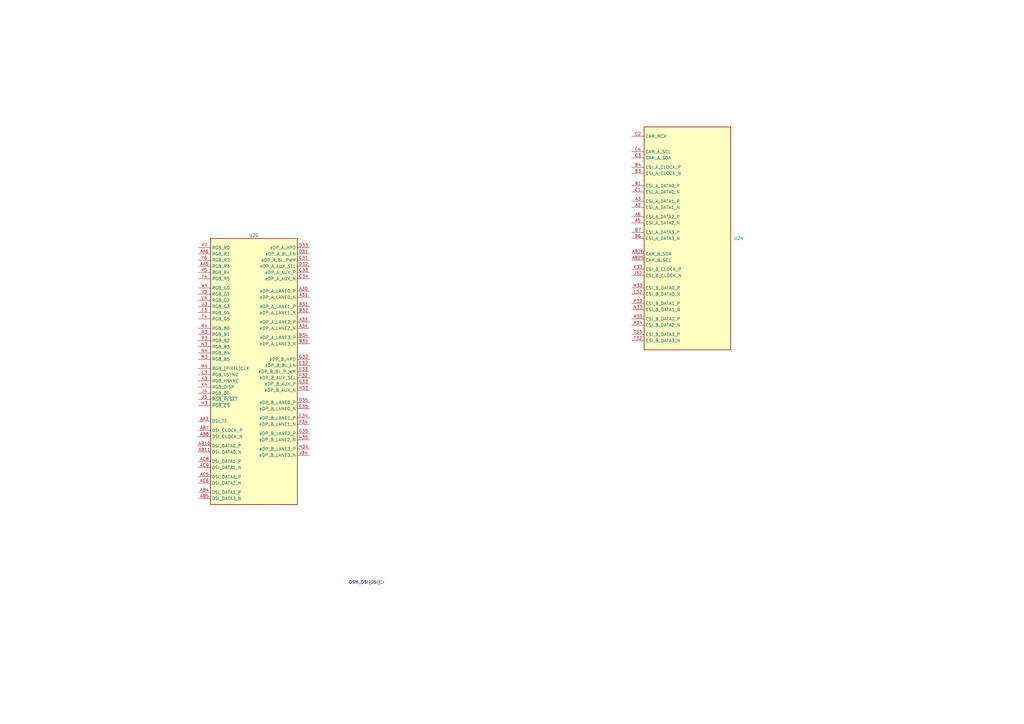
<source format=kicad_sch>
(kicad_sch (version 20250114) (generator "eeschema") (generator_version "9.0")
  (paper "A3")
  (title_block (title "BMC Reference Carrier Board") (rev "1.0.0"))
  (hierarchical_label "OSM_DSI{DSI}" (shape input) (at 157.48 238.76 180))
  (symbol (lib_id "antmicroModules:OSM-L_Carrier-side") (at 259.08 55.88 0) (unit 8)
    (property "Reference" "U2" (at 300.99 97.79 0) (effects (justify left)))
    (property "Value" "OSM-L_Carrier-side" (effects (hide yes)))
    (property "Footprint" "antmicro-footprints:OSM-L_Carrier-side" (effects (hide yes)))
    (property "Datasheet" "https://sget.org/standards/osm/" (effects (hide yes)))
    (property "Description" "Open Standard Module (OSM)" (effects (hide yes)))
    (property "Author" "Antmicro" (effects (hide yes)))
    (property "License" "Apache-2.0" (effects (hide yes)))
  )
  (symbol (lib_id "antmicroModules:OSM-L_Carrier-side") (at 81.28 101.6 0) (unit 7)
    (property "Reference" "U2" (at 104.14 96.52 0))
    (property "Value" "OSM-L_Carrier-side" (effects (hide yes)))
    (property "Footprint" "antmicro-footprints:OSM-L_Carrier-side" (effects (hide yes)))
    (property "Datasheet" "https://sget.org/standards/osm/" (effects (hide yes)))
    (property "Description" "Open Standard Module (OSM)" (effects (hide yes)))
    (property "Author" "Antmicro" (effects (hide yes)))
    (property "License" "Apache-2.0" (effects (hide yes)))
  )
)
</source>
